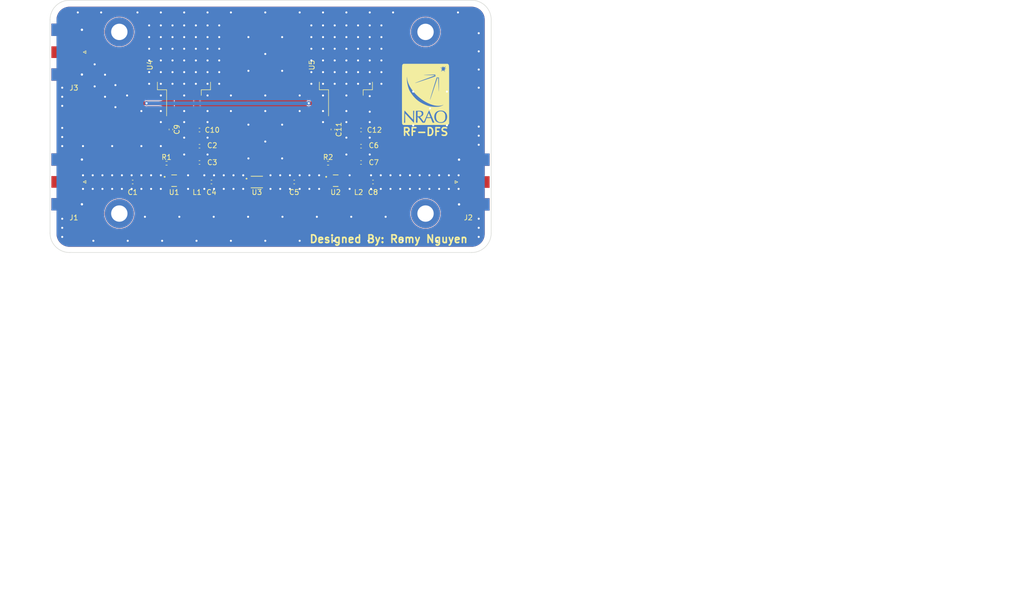
<source format=kicad_pcb>
(kicad_pcb (version 20221018) (generator pcbnew)
  (layers (0 "F.Cu" signal) (31 "B.Cu" signal) (34 "B.Paste" user) (35 "F.Paste" user) (36 "B.SilkS" user "B.Silkscreen") (37 "F.SilkS" user "F.Silkscreen") (38 "B.Mask" user) (39 "F.Mask" user) (44 "Edge.Cuts" user))
  (net 0 "")
  (net 1 "Net-(U1-RF-IN)")
  (net 2 "Net-(U1-RF-OUT)")
  (net 3 "Vdd1")
  (net 4 "GND")
  (net 5 "Net-(U2-RF-IN)")
  (net 6 "Vdd2")
  (net 7 "Net-(U2-RF-OUT)")
  (net 8 "Vin")
  (net 9 "Net-(U1-LADJ)")
  (net 10 "Net-(U2-LADJ)")
  (net 11 "/LNA Biasing/LNA-IN")
  (net 12 "/LNA Biasing/LNA-OUT")
  (net 13 "/LNA Biasing1/LNA-IN")
  (net 14 "/LNA Biasing1/LNA-OUT")
  (footprint "Capacitor_SMD:C_0402_1005Metric" (layer "F.Cu") (at 121.967 106.68)
    (fp_text reference "C3")
    (fp_text value "100pF")
  )
  (footprint "Imports:MC1630_MNC" (layer "F.Cu") (at 133.195923 110.512)
    (fp_text reference "U3")
    (fp_text value "YAT-1A+")
  )
  (footprint "Inductor_SMD:L_0402_1005Metric" (layer "F.Cu") (at 121.487 110.027 -90)
    (fp_text reference "L1")
    (fp_text value "56nH")
  )
  (footprint "Resistor_SMD:R_0402_1005Metric" (layer "F.Cu") (at 147.141 106.829)
    (fp_text reference "R2")
    (fp_text value "100k")
  )
  (footprint "Capacitor_SMD:C_0402_1005Metric" (layer "F.Cu") (at 108.886 110.512)
    (fp_text reference "C1")
    (fp_text value "150pF")
  )
  (footprint "Connector_Coaxial:SMA_Molex_73251-1153_EdgeMount_Horizontal" (layer "F.Cu") (at 174.498 110.512 180)
    (fp_text reference "J2")
    (fp_text value "Conn_Coaxial")
  )
  (footprint "Capacitor_SMD:C_0402_1005Metric" (layer "F.Cu") (at 140.509 110.512)
    (fp_text reference "C5")
    (fp_text value "150pF")
  )
  (footprint "Imports:nraoLogo12mm" (layer "F.Cu") (at 166.189213 93.345)
    (fp_text reference "G***" hide)
    (fp_text value "LOGO" hide)
  )
  (footprint "Capacitor_SMD:C_0402_1005Metric" (layer "F.Cu") (at 116.3828 100.2258 -90)
    (fp_text reference "C9")
    (fp_text value "0.33uF")
  )
  (footprint "Connector_Coaxial:SMA_Molex_73251-1153_EdgeMount_Horizontal" (layer "F.Cu") (at 97.23 110.49)
    (fp_text reference "J1")
    (fp_text value "Conn_Coaxial")
  )
  (footprint "Package_TO_SOT_SMD:TO-263-2" (layer "F.Cu") (at 118.9228 87.6254 90)
    (fp_text reference "U4")
    (fp_text value "L7805")
  )
  (footprint "Package_TO_SOT_SMD:TO-263-2" (layer "F.Cu") (at 150.622 87.6254 90)
    (fp_text reference "U5")
    (fp_text value "L7805")
  )
  (footprint "Capacitor_SMD:C_0402_1005Metric" (layer "F.Cu") (at 153.59 100.33)
    (fp_text reference "C12")
    (fp_text value "0.1uF")
  )
  (footprint "MountingHole:MountingHole_3.2mm_M3_ISO7380_Pad" (layer "F.Cu") (at 166.215923 81.125923)
    (fp_text reference "REF**" hide)
    (fp_text value "MountingHole_3.2mm_M3_ISO7380_Pad")
  )
  (footprint "Capacitor_SMD:C_0402_1005Metric" (layer "F.Cu") (at 121.967 100.33)
    (fp_text reference "C10")
    (fp_text value "0.1uF")
  )
  (footprint "Capacitor_SMD:C_0402_1005Metric" (layer "F.Cu") (at 148.082 100.2262 -90)
    (fp_text reference "C11")
    (fp_text value "0.33uF")
  )
  (footprint "Capacitor_SMD:C_0402_1005Metric" (layer "F.Cu") (at 153.59 106.68)
    (fp_text reference "C7")
    (fp_text value "100pF")
  )
  (footprint "Capacitor_SMD:C_0402_1005Metric" (layer "F.Cu") (at 121.967 103.505)
    (fp_text reference "C2")
    (fp_text value "1uF")
  )
  (footprint "Connector_Coaxial:SMA_Molex_73251-1153_EdgeMount_Horizontal" (layer "F.Cu") (at 97.23 85.09)
    (fp_text reference "J3")
    (fp_text value "Conn_Coaxial")
  )
  (footprint "MountingHole:MountingHole_3.2mm_M3_ISO7380_Pad" (layer "F.Cu") (at 106.271923 116.685923)
    (fp_text reference "REF**" hide)
    (fp_text value "MountingHole_3.2mm_M3_ISO7380_Pad")
  )
  (footprint "Inductor_SMD:L_0402_1005Metric" (layer "F.Cu") (at 153.11 110.027 -90)
    (fp_text reference "L2")
    (fp_text value "56nH")
  )
  (footprint "Imports:SON8_PMA2_MNC" (layer "F.Cu") (at 148.6269 110.246189)
    (fp_text reference "U2")
    (fp_text value "PMA2-63LN+")
  )
  (footprint "Resistor_SMD:R_0402_1005Metric" (layer "F.Cu") (at 115.518 106.829)
    (fp_text reference "R1")
    (fp_text value "100k")
  )
  (footprint "Capacitor_SMD:C_0402_1005Metric" (layer "F.Cu") (at 153.59 103.505)
    (fp_text reference "C6")
    (fp_text value "1uF")
  )
  (footprint "Imports:SON8_PMA2_MNC" (layer "F.Cu") (at 117.0039 110.246189)
    (fp_text reference "U1")
    (fp_text value "PMA2-63LN+")
  )
  (footprint "Capacitor_SMD:C_0402_1005Metric" (layer "F.Cu") (at 124.309 110.512)
    (fp_text reference "C4")
    (fp_text value "150pF")
  )
  (footprint "Capacitor_SMD:C_0402_1005Metric" (layer "F.Cu") (at 155.932 110.512)
    (fp_text reference "C8")
    (fp_text value "150pF")
  )
  (footprint "MountingHole:MountingHole_3.2mm_M3_ISO7380_Pad" (layer "F.Cu") (at 106.271923 81.125923)
    (fp_text reference "REF**" hide)
    (fp_text value "MountingHole_3.2mm_M3_ISO7380_Pad")
  )
  (footprint "MountingHole:MountingHole_3.2mm_M3_ISO7380_Pad" (layer "F.Cu") (at 166.215923 116.685923)
    (fp_text reference "REF**" hide)
    (fp_text value "MountingHole_3.2mm_M3_ISO7380_Pad")
  )
  (gr_line (start 92.71 120.495923) (end 92.71 78.74) (stroke (width 0.1)) (layer "Edge.Cuts"))
  (gr_arc (start 175.26 74.93) (mid 177.9541 76.045914) (end 179.07 78.74) (stroke (width 0.1)) (layer "Edge.Cuts"))
  (gr_line (start 179.07 78.74) (end 179.07 120.495923) (stroke (width 0.1)) (layer "Edge.Cuts"))
  (gr_line (start 175.26 124.305923) (end 96.52 124.305923) (stroke (width 0.1)) (layer "Edge.Cuts"))
  (gr_line (start 96.52 74.93) (end 175.26 74.93) (stroke (width 0.1)) (layer "Edge.Cuts"))
  (gr_arc (start 92.71 78.74) (mid 93.82593 76.04593) (end 96.52 74.93) (stroke (width 0.1)) (layer "Edge.Cuts"))
  (gr_arc (start 179.07 120.495923) (mid 177.954075 123.189992) (end 175.26 124.305923) (stroke (width 0.1)) (layer "Edge.Cuts"))
  (gr_arc (start 96.52 124.305923) (mid 93.825938 123.189992) (end 92.71 120.495923) (stroke (width 0.1)) (layer "Edge.Cuts"))
  (gr_text "RF-DFS" (at 170.815 101.565393) (layer "F.SilkS") (effects (font (size 1.5 1.5) (thickness 0.3) bold) (justify right bottom)))
  (gr_text "Designed By: Remy Nguyen" (at 174.625 122.555) (layer "F.SilkS") (effects (font (size 1.5 1.5) (thickness 0.3) bold) (justify right bottom)))
  (segment (start 109.366 110.512) (end 115.0481 110.512) (width 0.63) (layer "F.Cu") (net 1))
  (segment (start 123.829 110.512) (end 118.947 110.512) (width 0.63) (layer "F.Cu") (net 2))
  (segment (start 121.487 109.542) (end 121.487 99.366) (width 0.63) (layer "F.Cu") (net 3))
  (segment (start 116.753837 109.996126) (end 117.0039 110.246189) (width 0.25) (layer "F.Cu") (net 4))
  (segment (start 148.376837 109.996126) (end 148.6269 110.246189) (width 0.25) (layer "F.Cu") (net 4))
  (segment (start 147.649 109.996126) (end 148.376837 109.996126) (width 0.25) (layer "F.Cu") (net 4))
  (segment (start 116.026 109.996126) (end 116.753837 109.996126) (width 0.25) (layer "F.Cu") (net 4))
  (via (at 112.113923 88.999923) (size 0.8) (drill 0.4) (layers "F.Cu" "B.Cu") (net 4))
  (via (at 163.167923 111.859923) (size 0.8) (drill 0.4) (layers "F.Cu" "B.Cu") (net 4))
  (via (at 118.971923 98.778923) (size 0.8) (drill 0.4) (layers "F.Cu" "B.Cu") (net 4))
  (via (at 116.685923 88.999923) (size 0.8) (drill 0.4) (layers "F.Cu" "B.Cu") (net 4))
  (via (at 123.543923 93.571923) (size 0.8) (drill 0.4) (layers "F.Cu" "B.Cu") (net 4))
  (via (at 112.113923 84.427923) (size 0.8) (drill 0.4) (layers "F.Cu" "B.Cu") (net 4))
  (via (at 118.971923 96.619923) (size 0.8) (drill 0.4) (layers "F.Cu" "B.Cu") (net 4))
  (via (at 104.874923 109.192923) (size 0.8) (drill 0.4) (layers "F.Cu" "B.Cu") (net 4))
  (via (at 128.115923 122.019923) (size 0.8) (drill 0.4) (layers "F.Cu" "B.Cu") (net 4))
  (via (at 118.971923 86.713923) (size 0.8) (drill 0.4) (layers "F.Cu" "B.Cu") (net 4))
  (via (at 131.481423 117.320923) (size 0.8) (drill 0.4) (layers "F.Cu" "B.Cu") (net 4))
  (via (at 150.721923 101.826923) (size 0.8) (drill 0.4) (layers "F.Cu" "B.Cu") (net 4))
  (via (at 131.544923 105.890923) (size 0.8) (drill 0.4) (layers "F.Cu" "B.Cu") (net 4))
  (via (at 103.477923 89.507923) (size 0.8) (drill 0.4) (layers "F.Cu" "B.Cu") (net 4))
  (via (at 118.971923 91.285923) (size 0.8) (drill 0.4) (layers "F.Cu" "B.Cu") (net 4))
  (via (at 101.064923 109.192923) (size 0.8) (drill 0.4) (layers "F.Cu" "B.Cu") (net 4))
  (via (at 123.543923 96.619923) (size 0.8) (drill 0.4) (layers "F.Cu" "B.Cu") (net 4))
  (via (at 123.543923 101.826923) (size 0.8) (drill 0.4) (layers "F.Cu" "B.Cu") (net 4))
  (via (at 157.579923 88.999923) (size 0.8) (drill 0.4) (layers "F.Cu" "B.Cu") (net 4))
  (via (at 103.477923 93.825923) (size 0.8) (drill 0.4) (layers "F.Cu" "B.Cu") (net 4))
  (via (at 148.435923 86.713923) (size 0.8) (drill 0.4) (layers "F.Cu" "B.Cu") (net 4))
  (via (at 122.908923 109.192923) (size 0.8) (drill 0.4) (layers "F.Cu" "B.Cu") (net 4))
  (via (at 148.435923 88.999923) (size 0.8) (drill 0.4) (layers "F.Cu" "B.Cu") (net 4))
  (via (at 139.672923 111.859923) (size 0.8) (drill 0.4) (layers "F.Cu" "B.Cu") (net 4))
  (via (at 155.293923 105.128923) (size 0.8) (drill 0.4) (layers "F.Cu" "B.Cu") (net 4))
  (via (at 123.543923 84.427923) (size 0.8) (drill 0.4) (layers "F.Cu" "B.Cu") (net 4))
  (via (at 123.543923 91.285923) (size 0.8) (drill 0.4) (layers "F.Cu" "B.Cu") (net 4))
  (via (at 112.113923 91.285923) (size 0.8) (drill 0.4) (layers "F.Cu" "B.Cu") (net 4))
  (via (at 150.721923 86.713923) (size 0.8) (drill 0.4) (layers "F.Cu" "B.Cu") (net 4))
  (via (at 119.733923 111.859923) (size 0.8) (drill 0.4) (layers "F.Cu" "B.Cu") (net 4))
  (via (at 128.623923 109.192923) (size 0.8) (drill 0.4) (layers "F.Cu" "B.Cu") (net 4))
  (via (at 119.733923 109.192923) (size 0.8) (drill 0.4) (layers "F.Cu" "B.Cu") (net 4))
  (via (at 157.579923 79.855923) (size 0.8) (drill 0.4) (layers "F.Cu" "B.Cu") (net 4))
  (via (at 121.257923 91.285923) (size 0.8) (drill 0.4) (layers "F.Cu" "B.Cu") (net 4))
  (via (at 111.288423 117.320923) (size 0.8) (drill 0.4) (layers "F.Cu" "B.Cu") (net 4))
  (via (at 128.115923 77.315923) (size 0.8) (drill 0.4) (layers "F.Cu" "B.Cu") (net 4))
  (via (at 101.445923 87.475923) (size 0.8) (drill 0.4) (layers "F.Cu" "B.Cu") (net 4))
  (via (at 159.865923 77.315923) (size 0.8) (drill 0.4) (layers "F.Cu" "B.Cu") (net 4))
  (via (at 121.257923 88.999923) (size 0.8) (drill 0.4) (layers "F.Cu" "B.Cu") (net 4))
  (via (at 131.544923 82.141923) (size 0.8) (drill 0.4) (layers "F.Cu" "B.Cu") (net 4))
  (via (at 110.589923 96.619923) (size 0.8) (drill 0.4) (layers "F.Cu" "B.Cu") (net 4))
  (via (at 176.629923 101.445923) (size 0.8) (drill 0.4) (layers "F.Cu" "B.Cu") (net 4))
  (via (at 135.862923 109.192923) (size 0.8) (drill 0.4) (layers "F.Cu" "B.Cu") (net 4))
  (via (at 109.827923 77.315923) (size 0.8) (drill 0.4) (layers "F.Cu" "B.Cu") (net 4))
  (via (at 108.684923 109.192923) (size 0.8) (drill 0.4) (layers "F.Cu" "B.Cu") (net 4))
  (via (at 163.167923 109.192923) (size 0.8) (drill 0.4) (layers "F.Cu" "B.Cu") (net 4))
  (via (at 151.674423 117.320923) (size 0.8) (drill 0.4) (layers "F.Cu" "B.Cu") (net 4))
  (via (at 102.969923 109.192923) (size 0.8) (drill 0.4) (layers "F.Cu" "B.Cu") (net 4))
  (via (at 106.779923 109.192923) (size 0.8) (drill 0.4) (layers "F.Cu" "B.Cu") (net 4))
  (via (at 153.007923 84.427923) (size 0.8) (drill 0.4) (layers "F.Cu" "B.Cu") (net 4))
  (via (at 150.721923 91.285923) (size 0.8) (drill 0.4) (layers "F.Cu" "B.Cu") (net 4))
  (via (at 165.072923 111.859923) (size 0.8) (drill 0.4) (layers "F.Cu" "B.Cu") (net 4))
  (via (at 123.543923 86.713923) (size 0.8) (drill 0.4) (layers "F.Cu" "B.Cu") (net 4))
  (via (at 95.095923 95.603923) (size 0.8) (drill 0.4) (layers "F.Cu" "B.Cu") (net 4))
  (via (at 124.813923 109.192923) (size 0.8) (drill 0.4) (layers "F.Cu" "B.Cu") (net 4))
  (via (at 163.802923 92.809923) (size 0.8) (drill 0.4) (layers "F.Cu" "B.Cu") (net 4))
  (via (at 114.399923 91.285923) (size 0.8) (drill 0.4) (layers "F.Cu" "B.Cu") (net 4))
  (via (at 145.387923 109.192923) (size 0.8) (drill 0.4) (layers "F.Cu" "B.Cu") (net 4))
  (via (at 138.148923 99.286923) (size 0.8) (drill 0.4) (layers "F.Cu" "B.Cu") (net 4))
  (via (at 125.829923 82.141923) (size 0.8) (drill 0.4) (layers "F.Cu" "B.Cu") (net 4))
  (via (at 121.257923 86.713923) (size 0.8) (drill 0.4) (layers "F.Cu" "B.Cu") (net 4))
  (via (at 128.115923 93.571923) (size 0.8) (drill 0.4) (layers "F.Cu" "B.Cu") (net 4))
  (via (at 155.293923 91.285923) (size 0.8) (drill 0.4) (layers "F.Cu" "B.Cu") (net 4))
  (via (at 176.629923 119.479923) (size 0.8) (drill 0.4) (layers "F.Cu" "B.Cu") (net 4))
  (via (at 110.589923 109.192923) (size 0.8) (drill 0.4) (layers "F.Cu" "B.Cu") (net 4))
  (via (at 167.104923 96.111923) (size 0.8) (drill 0.4) (layers "F.Cu" "B.Cu") (net 4))
  (via (at 126.718923 111.859923) (size 0.8) (drill 0.4) (layers "F.Cu" "B.Cu") (net 4))
  (via (at 131.544923 99.286923) (size 0.8) (drill 0.4) (layers "F.Cu" "B.Cu") (net 4))
  (via (at 118.971923 82.141923) (size 0.8) (drill 0.4) (layers "F.Cu" "B.Cu") (net 4))
  (via (at 146.149923 77.315923) (size 0.8) (drill 0.4) (layers "F.Cu" "B.Cu") (net 4))
  (via (at 116.685923 84.427923) (size 0.8) (drill 0.4) (layers "F.Cu" "B.Cu") (net 4))
  (via (at 150.721923 96.619923) (size 0.8) (drill 0.4) (layers "F.Cu" "B.Cu") (net 4))
  (via (at 114.399923 84.427923) (size 0.8) (drill 0.4) (layers "F.Cu" "B.Cu") (net 4))
  (via (at 114.399923 93.571923) (size 0.8) (drill 0.4) (layers "F.Cu" "B.Cu") (net 4))
  (via (at 116.685923 82.141923) (size 0.8) (drill 0.4) (layers "F.Cu" "B.Cu") (net 4))
  (via (at 165.072923 109.192923) (size 0.8) (drill 0.4) (layers "F.Cu" "B.Cu") (net 4))
  (via (at 130.528923 111.859923) (size 0.8) (drill 0.4) (layers "F.Cu" "B.Cu") (net 4))
  (via (at 118.971923 79.855923) (size 0.8) (drill 0.4) (layers "F.Cu" "B.Cu") (net 4))
  (via (at 123.543923 79.855923) (size 0.8) (drill 0.4) (layers "F.Cu" "B.Cu") (net 4))
  (via (at 153.007923 86.713923) (size 0.8) (drill 0.4) (layers "F.Cu" "B.Cu") (net 4))
  (via (at 143.863923 82.141923) (size 0.8) (drill 0.4) (layers "F.Cu" "B.Cu") (net 4))
  (via (at 146.149923 96.619923) (size 0.8) (drill 0.4) (layers "F.Cu" "B.Cu") (net 4))
  (via (at 137.767923 109.192923) (size 0.8) (drill 0.4) (layers "F.Cu" "B.Cu") (net 4))
  (via (at 176.629923 121.257923) (size 0.8) (drill 0.4) (layers "F.Cu" "B.Cu") (net 4))
  (via (at 143.482923 111.859923) (size 0.8) (drill 0.4) (layers "F.Cu" "B.Cu") (net 4))
  (via (at 148.435923 84.427923) (size 0.8) (drill 0.4) (layers "F.Cu" "B.Cu") (net 4))
  (via (at 151.356923 109.192923) (size 0.8) (drill 0.4) (layers "F.Cu" "B.Cu") (net 4))
  (via (at 118.971923 77.315923) (size 0.8) (drill 0.4) (layers "F.Cu" "B.Cu") (net 4))
  (via (at 143.863923 86.713923) (size 0.8) (drill 0.4) (layers "F.Cu" "B.Cu") (net 4))
  (via (at 155.547923 111.859923) (size 0.8) (drill 0.4) (layers "F.Cu" "B.Cu") (net 4))
  (via (at 176.629923 84.935923) (size 0.8) (drill 0.4) (layers "F.Cu" "B.Cu") (net 4))
  (via (at 155.547923 109.192923) (size 0.8) (drill 0.4) (layers "F.Cu" "B.Cu") (net 4))
  (via (at 141.577923 109.192923) (size 0.8) (drill 0.4) (layers "F.Cu" "B.Cu") (net 4))
  (via (at 150.721923 84.427923) (size 0.8) (drill 0.4) (layers "F.Cu" "B.Cu") (net 4))
  (via (at 114.399923 77.315923) (size 0.8) (drill 0.4) (layers "F.Cu" "B.Cu") (net 4))
  (via (at 168.501923 122.019923) (size 0.8) (drill 0.4) (layers "F.Cu" "B.Cu") (net 4))
  (via (at 145.387923 111.859923) (size 0.8) (drill 0.4) (layers "F.Cu" "B.Cu") (net 4))
  (via (at 134.846923 96.619923) (size 0.8) (drill 0.4) (layers "F.Cu" "B.Cu") (net 4))
  (via (at 125.829923 91.285923) (size 0.8) (drill 0.4) (layers "F.Cu" "B.Cu") (net 4))
  (via (at 118.971923 93.571923) (size 0.8) (drill 0.4) (layers "F.Cu" "B.Cu") (net 4))
  (via (at 107.922923 122.019923) (size 0.8) (drill 0.4) (layers "F.Cu" "B.Cu") (net 4))
  (via (at 110.589923 103.477923) (size 0.8) (drill 0.4) (layers "F.Cu" "B.Cu") (net 4))
  (via (at 144.943423 117.320923) (size 0.8) (drill 0.4) (layers "F.Cu" "B.Cu") (net 4))
  (via (at 155.293923 82.141923) (size 0.8) (drill 0.4) (layers "F.Cu" "B.Cu") (net 4))
  (via (at 153.007923 79.855923) (size 0.8) (drill 0.4) (layers "F.Cu" "B.Cu") (net 4))
  (via (at 170.406923 99.413923) (size 0.8) (drill 0.4) (layers "F.Cu" "B.Cu") (net 4))
  (via (at 114.399923 79.855923) (size 0.8) (drill 0.4) (layers "F.Cu" "B.Cu") (net 4))
  (via (at 131.544923 88.745923) (size 0.8) (drill 0.4) (layers "F.Cu" "B.Cu") (net 4))
  (via (at 123.543923 82.141923) (size 0.8) (drill 0.4) (layers "F.Cu" "B.Cu") (net 4))
  (via (at 168.882923 109.192923) (size 0.8) (drill 0.4) (layers "F.Cu" "B.Cu") (net 4))
  (via (at 118.019423 117.320923) (size 0.8) (drill 0.4) (layers "F.Cu" "B.Cu") (net 4))
  (via (at 126.718923 109.192923) (size 0.8) (drill 0.4) (layers "F.Cu" "B.Cu") (net 4))
  (via (at 157.579923 84.427923) (size 0.8) (drill 0.4) (layers "F.Cu" "B.Cu") (net 4))
  (via (at 139.672923 109.192923) (size 0.8) (drill 0.4) (layers "F.Cu" "B.Cu") (net 4))
  (via (at 153.007923 88.999923) (size 0.8) (drill 0.4) (layers "F.Cu" "B.Cu") (net 4))
  (via (at 176.629923 92.047923) (size 0.8) (drill 0.4) (layers "F.Cu" "B.Cu") (net 4))
  (via (at 150.721923 77.315923) (size 0.8) (drill 0.4) (layers "F.Cu" "B.Cu") (net 4))
  (via (at 95.095923 93.825923) (size 0.8) (drill 0.4) (layers "F.Cu" "B.Cu") (net 4))
  (via (at 125.829923 86.713923) (size 0.8) (drill 0.4) (layers "F.Cu" "B.Cu") (net 4))
  (via (at 121.384923 122.019923) (size 0.8) (drill 0.4) (layers "F.Cu" "B.Cu") (net 4))
  (via (at 157.452923 109.192923) (size 0.8) (drill 0.4) (layers "F.Cu" "B.Cu") (net 4))
  (via (at 155.293923 84.427923) (size 0.8) (drill 0.4) (layers "F.Cu" "B.Cu") (net 4))
  (via (at 123.543923 77.315923) (size 0.8) (drill 0.4) (layers "F.Cu" "B.Cu") (net 4))
  (via (at 135.862923 111.859923) (size 0.8) (drill 0.4) (layers "F.Cu" "B.Cu") (net 4))
  (via (at 157.452923 111.859923) (size 0.8) (drill 0.4) (layers "F.Cu" "B.Cu") (net 4))
  (via (at 134.846923 102.588923) (size 0.8) (drill 0.4) (layers "F.Cu" "B.Cu") (net 4))
  (via (at 118.971923 101.826923) (size 0.8) (drill 0.4) (layers "F.Cu" "B.Cu") (net 4))
  (via (at 176.629923 99.667923) (size 0.8) (drill 0.4) (layers "F.Cu" "B.Cu") (net 4))
  (via (at 151.356923 111.859923) (size 0.8) (drill 0.4) (layers "F.Cu" "B.Cu") (net 4))
  (via (at 150.721923 93.571923) (size 0.8) (drill 0.4) (layers "F.Cu" "B.Cu") (net 4))
  (via (at 99.159923 111.859923) (size 0.8) (drill 0.4) (layers "F.Cu" "B.Cu") (net 4))
  (via (at 146.149923 79.855923) (size 0.8) (drill 0.4) (layers "F.Cu" "B.Cu") (net 4))
  (via (at 148.435923 79.855923) (size 0.8) (drill 0.4) (layers "F.Cu" "B.Cu") (net 4))
  (via (at 95.095923 119.479923) (size 0.8) (drill 0.4) (layers "F.Cu" "B.Cu") (net 4))
  (via (at 138.148923 105.890923) (size 0.8) (drill 0.4) (layers "F.Cu" "B.Cu") (net 4))
  (via (at 123.543923 98.778923) (size 0.8) (drill 0.4) (layers "F.Cu" "B.Cu") (net 4))
  (via (at 155.293923 101.826923) (size 0.8) (drill 0.4) (layers "F.Cu" "B.Cu") (net 4))
  (via (at 134.846923 122.019923) (size 0.8) (drill 0.4) (layers "F.Cu" "B.Cu") (net 4))
  (via (at 170.787923 109.192923) (size 0.8) (drill 0.4) (layers "F.Cu" "B.Cu") (net 4))
  (via (at 146.149923 93.571923) (size 0.8) (drill 0.4) (layers "F.Cu" "B.Cu") (net 4))
  (via (at 148.435923 91.285923) (size 0.8) (drill 0.4) (layers "F.Cu" "B.Cu") (net 4))
  (via (at 112.113923 82.141923) (size 0.8) (drill 0.4) (layers "F.Cu" "B.Cu") (net 4))
  (via (at 114.653923 122.019923) (size 0.8) (drill 0.4) (layers "F.Cu" "B.Cu") (net 4))
  (via (at 114.399923 88.999923) (size 0.8) (drill 0.4) (layers "F.Cu" "B.Cu") (net 4))
  (via (at 110.589923 111.859923) (size 0.8) (drill 0.4) (layers "F.Cu" "B.Cu") (net 4))
  (via (at 101.191923 122.019923) (size 0.8) (drill 0.4) (layers "F.Cu" "B.Cu") (net 4))
  (via (at 176.629923 81.379923) (size 0.8) (drill 0.4) (layers "F.Cu" "B.Cu") (net 4))
  (via (at 159.357923 109.192923) (size 0.8) (drill 0.4) (layers "F.Cu" "B.Cu") (net 4))
  (via (at 170.787923 111.859923) (size 0.8) (drill 0.4) (layers "F.Cu" "B.Cu") (net 4))
  (via (at 146.149923 84.427923) (size 0.8) (drill 0.4) (layers "F.Cu" "B.Cu") (net 4))
  (via (at 163.802923 99.413923) (size 0.8) (drill 0.4) (layers "F.Cu" "B.Cu") (net 4))
  (via (at 105.509923 95.857923) (size 0.8) (drill 0.4) (layers "F.Cu" "B.Cu") (net 4))
  (via (at 125.829923 79.855923) (size 0.8) (drill 0.4) (layers "F.Cu" "B.Cu") (net 4))
  (via (at 112.494923 109.192923) (size 0.8) (drill 0.4) (layers "F.Cu" "B.Cu") (net 4))
  (via (at 102.715923 77.315923) (size 0.8) (drill 0.4) (layers "F.Cu" "B.Cu") (net 4))
  (via (at 118.971923 88.999923) (size 0.8) (drill 0.4) (layers "F.Cu" "B.Cu") (net 4))
  (via (at 114.399923 111.859923) (size 0.8) (drill 0.4) (layers "F.Cu" "B.Cu") (net 4))
  (via (at 148.308923 122.019923) (size 0.8) (drill 0.4) (layers "F.Cu" "B.Cu") (net 4))
  (via (at 101.445923 91.793923) (size 0.8) (drill 0.4) (layers "F.Cu" "B.Cu") (net 4))
  (via (at 95.095923 117.701923) (size 0.8) (drill 0.4) (layers "F.Cu" "B.Cu") (net 4))
  (via (at 161.262923 109.192923) (size 0.8) (drill 0.4) (layers "F.Cu" "B.Cu") (net 4))
  (via (at 153.007923 82.141923) (size 0.8) (drill 0.4) (layers "F.Cu" "B.Cu") (net 4))
  (via (at 146.149923 86.713923) (size 0.8) (drill 0.4) (layers "F.Cu" "B.Cu") (net 4))
  (via (at 155.293923 98.778923) (size 0.8) (drill 0.4) (layers "F.Cu" "B.Cu") (net 4))
  (via (at 141.577923 96.619923) (size 0.8) (drill 0.4) (layers "F.Cu" "B.Cu") (net 4))
  (via (at 157.579923 86.713923) (size 0.8) (drill 0.4) (layers "F.Cu" "B.Cu") (net 4))
  (via (at 125.829923 84.427923) (size 0.8) (drill 0.4) (layers "F.Cu" "B.Cu") (net 4))
  (via (at 107.795923 93.571923) (size 0.8) (drill 0.4) (layers "F.Cu" "B.Cu") (net 4))
  (via (at 122.908923 111.859923) (size 0.8) (drill 0.4) (layers "F.Cu" "B.Cu") (net 4))
  (via (at 146.149923 98.778923) (size 0.8) (drill 0.4) (layers "F.Cu" "B.Cu") (net 4))
  (via (at 150.721923 98.778923) (size 0.8) (drill 0.4) (layers "F.Cu" "B.Cu") (net 4))
  (via (at 99.159923 103.477923) (size 0.8) (drill 0.4) (layers "F.Cu" "B.Cu") (net 4))
  (via (at 170.406923 92.809923) (size 0.8) (drill 0.4) (layers "F.Cu" "B.Cu") (net 4))
  (via (at 141.577923 77.315923) (size 0.8) (drill 0.4) (layers "F.Cu" "B.Cu") (net 4))
  (via (at 155.293923 88.999923) (size 0.8) (drill 0.4) (layers "F.Cu" "B.Cu") (net 4))
  (via (at 155.293923 79.855923) (size 0.8) (drill 0.4) (layers "F.Cu" "B.Cu") (net 4))
  (via (at 114.399923 103.477923) (size 0.8) (drill 0.4) (layers "F.Cu" "B.Cu") (net 4))
  (via (at 98.143923 77.315923) (size 0.8) (drill 0.4) (layers "F.Cu" "B.Cu") (net 4))
  (via (at 128.623923 111.859923) (size 0.8) (drill 0.4) (layers "F.Cu" "B.Cu") (net 4))
  (via (at 106.779923 111.859923) (size 0.8) (drill 0.4) (layers "F.Cu" "B.Cu") (net 4))
  (via (at 176.629923 103.223923) (size 0.8) (drill 0.4) (layers "F.Cu" "B.Cu") (net 4))
  (via (at 125.829923 88.999923) (size 0.8) (drill 0.4) (layers "F.Cu" "B.Cu") (net 4))
  (via (at 114.399923 109.192923) (size 0.8) (drill 0.4) (layers "F.Cu" "B.Cu") (net 4))
  (via (at 114.399923 86.713923) (size 0.8) (drill 0.4) (layers "F.Cu" "B.Cu") (net 4))
  (via (at 141.577923 111.859923) (size 0.8) (drill 0.4) (layers "F.Cu" "B.Cu") (net 4))
  (via (at 138.212423 117.320923) (size 0.8) (drill 0.4) (layers "F.Cu" "B.Cu") (net 4))
  (via (at 112.113923 86.713923) (size 0.8) (drill 0.4) (layers "F.Cu" "B.Cu") (net 4))
  (via (at 153.007923 91.285923) (size 0.8) (drill 0.4) (layers "F.Cu" "B.Cu") (net 4))
  (via (at 150.721923 105.128923) (size 0.8) (drill 0.4) (layers "F.Cu" "B.Cu") (net 4))
  (via (at 101.064923 111.859923) (size 0.8) (drill 0.4) (layers "F.Cu" "B.Cu") (net 4))
  (via (at 161.770923 122.019923) (size 0.8) (drill 0.4) (layers "F.Cu" "B.Cu") (net 4))
  (via (at 161.262923 111.859923) (size 0.8) (drill 0.4) (layers "F.Cu" "B.Cu") (net 4))
  (via (at 138.148923 88.745923) (size 0.8) (drill 0.4) (layers "F.Cu" "B.Cu") (net 4))
  (via (at 104.874923 111.859923) (size 0.8) (drill 0.4) (layers "F.Cu" "B.Cu") (net 4))
  (via (at 121.257923 79.855923) (size 0.8) (drill 0.4) (layers "F.Cu" "B.Cu") (net 4))
  (via (at 123.543923 105.128923) (size 0.8) (drill 0.4) (layers "F.Cu" "B.Cu") (net 4))
  (via (at 108.684923 111.859923) (size 0.8) (drill 0.4) (layers "F.Cu" "B.Cu") (net 4))
  (via (at 150.721923 79.855923) (size 0.8) (drill 0.4) (layers "F.Cu" "B.Cu") (net 4))
  (via (at 134.846923 93.571923) (size 0.8) (drill 0.4) (layers "F.Cu" "B.Cu") (net 4))
  (via (at 172.692923 111.859923) (size 0.8) (drill 0.4) (layers "F.Cu" "B.Cu") (net 4))
  (via (at 150.721923 82.141923) (size 0.8) (drill 0.4) (layers "F.Cu" "B.Cu") (net 4))
  (via (at 114.399923 98.778923) (size 0.8) (drill 0.4) (layers "F.Cu" "B.Cu") (net 4))
  (via (at 172.565923 77.315923) (size 0.8) (drill 0.4) (layers "F.Cu" "B.Cu") (net 4))
  (via (at 95.095923 99.921923) (size 0.8) (drill 0.4) (layers "F.Cu" "B.Cu") (net 4))
  (via (at 121.257923 82.141923) (size 0.8) (drill 0.4) (layers "F.Cu" "B.Cu") (net 4))
  (via (at 158.405423 117.320923) (size 0.8) (drill 0.4) (layers "F.Cu" "B.Cu") (net 4))
  (via (at 166.977923 109.192923) (size 0.8) (drill 0.4) (layers "F.Cu" "B.Cu") (net 4))
  (via (at 130.528923 109.192923) (size 0.8) (drill 0.4) (layers "F.Cu" "B.Cu") (net 4))
  (via (at 121.257923 84.427923) (size 0.8) (drill 0.4) (layers "F.Cu" "B.Cu") (net 4))
  (via (at 95.095923 101.699923) (size 0.8) (drill 0.4) (layers "F.Cu" "B.Cu") (net 4))
  (via (at 116.685923 79.855923) (size 0.8) (drill 0.4) (layers "F.Cu" "B.Cu") (net 4))
  (via (at 114.399923 96.619923) (size 0.8) (drill 0.4) (layers "F.Cu" "B.Cu") (net 4))
  (via (at 155.293923 86.713923) (size 0.8) (drill 0.4) (layers "F.Cu" "B.Cu") (net 4))
  (via (at 146.149923 91.285923) (size 0.8) (drill 0.4) (layers "F.Cu" "B.Cu") (net 4))
  (via (at 102.969923 111.859923) (size 0.8) (drill 0.4) (layers "F.Cu" "B.Cu") (net 4))
  (via (at 155.293923 96.746923) (size 0.8) (drill 0.4) (layers "F.Cu" "B.Cu") (net 4))
  (via (at 157.579923 91.285923) (size 0.8) (drill 0.4) (layers "F.Cu" "B.Cu") (net 4))
  (via (at 155.293923 77.315923) (size 0.8) (drill 0.4) (layers "F.Cu" "B.Cu") (net 4))
  (via (at 128.115923 96.619923) (size 0.8) (drill 0.4) (layers "F.Cu" "B.Cu") (net 4))
  (via (at 118.971923 105.128923) (size 0.8) (drill 0.4) (layers "F.Cu" "B.Cu") (net 4))
  (via (at 104.874923 103.477923) (size 0.8) (drill 0.4) (layers "F.Cu" "B.Cu") (net 4))
  (via (at 146.149923 82.141923) (size 0.8) (drill 0.4) (layers "F.Cu" "B.Cu") (net 4))
  (via (at 116.685923 86.713923) (size 0.8) (drill 0.4) (layers "F.Cu" "B.Cu") (net 4))
  (via (at 123.543923 88.999923) (size 0.8) (drill 0.4) (layers "F.Cu" "B.Cu") (net 4))
  (via (at 172.692923 109.192923) (size 0.8) (drill 0.4) (layers "F.Cu" "B.Cu") (net 4))
  (via (at 114.399923 82.141923) (size 0.8) (drill 0.4) (layers "F.Cu" "B.Cu") (net 4))
  (via (at 137.767923 111.859923) (size 0.8) (drill 0.4) (layers "F.Cu" "B.Cu") (net 4))
  (via (at 95.095923 92.047923) (size 0.8) (drill 0.4) (layers "F.Cu" "B.Cu") (net 4))
  (via (at 143.863923 79.855923) (size 0.8) (drill 0.4) (layers "F.Cu" "B.Cu") (net 4))
  (via (at 95.095923 121.257923) (size 0.8) (drill 0.4) (layers "F.Cu" "B.Cu") (net 4))
  (via (at 155.039923 122.019923) (size 0.8) (drill 0.4) (layers "F.Cu" "B.Cu") (net 4))
  (via (at 168.882923 111.859923) (size 0.8) (drill 0.4) (layers "F.Cu" "B.Cu") (net 4))
  (via (at 134.846923 85.443923) (size 0.8) (drill 0.4) (layers "F.Cu" "B.Cu") (net 4))
  (via (at 166.977923 111.859923) (size 0.8) (drill 0.4) (layers "F.Cu" "B.Cu") (net 4))
  (via (at 143.863923 88.999923) (size 0.8) (drill 0.4) (layers "F.Cu" "B.Cu") (net 4))
  (via (at 112.113923 79.855923) (size 0.8) (drill 0.4) (layers "F.Cu" "B.Cu") (net 4))
  (via (at 134.846923 77.315923) (size 0.8) (drill 0.4) (layers "F.Cu" "B.Cu") (net 4))
  (via (at 146.149923 88.999923) (size 0.8) (drill 0.4) (layers "F.Cu" "B.Cu") (net 4))
  (via (at 118.971923 84.427923) (size 0.8) (drill 0.4) (layers "F.Cu" "B.Cu") (net 4))
  (via (at 176.629923 117.701923) (size 0.8) (drill 0.4) (layers "F.Cu" "B.Cu") (net 4))
  (via (at 138.148923 82.141923) (size 0.8) (drill 0.4) (layers "F.Cu" "B.Cu") (net 4))
  (via (at 176.629923 88.491923) (size 0.8) (drill 0.4) (layers "F.Cu" "B.Cu") (net 4))
  (via (at 143.482923 109.192923) (size 0.8) (drill 0.4) (layers "F.Cu" "B.Cu") (net 4))
  (via (at 150.721923 88.999923) (size 0.8) (drill 0.4) (layers "F.Cu" "B.Cu") (net 4))
  (via (at 141.577923 122.019923) (size 0.8) (drill 0.4) (layers "F.Cu" "B.Cu") (net 4))
  (via (at 124.813923 111.859923) (size 0.8) (drill 0.4) (layers "F.Cu" "B.Cu") (net 4))
  (via (at 143.863923 84.427923) (size 0.8) (drill 0.4) (layers "F.Cu" "B.Cu") (net 4))
  (via (at 116.685923 91.285923) (size 0.8) (drill 0.4) (layers "F.Cu" "B.Cu") (net 4))
  (via (at 159.357923 111.859923) (size 0.8) (drill 0.4) (layers "F.Cu" "B.Cu") (net 4))
  (via (at 148.435923 82.141923) (size 0.8) (drill 0.4) (layers "F.Cu" "B.Cu") (net 4))
  (via (at 112.494923 111.859923) (size 0.8) (drill 0.4) (layers "F.Cu" "B.Cu") (net 4))
  (via (at 95.095923 103.477923) (size 0.8) (drill 0.4) (layers "F.Cu" "B.Cu") (net 4))
  (via (at 105.509923 91.539923) (size 0.8) (drill 0.4) (layers "F.Cu" "B.Cu") (net 4))
  (via (at 124.750423 117.320923) (size 0.8) (drill 0.4) (layers "F.Cu" "B.Cu") (net 4))
  (via (at 155.293923 93.698923) (size 0.8) (drill 0.4) (layers "F.Cu" "B.Cu") (net 4))
  (via (at 141.577923 93.571923) (size 0.8) (drill 0.4) (layers "F.Cu" "B.Cu") (net 4))
  (via (at 99.159923 109.192923) (size 0.8) (drill 0.4) (layers "F.Cu" "B.Cu") (net 4))
  (via (at 143.863923 91.285923) (size 0.8) (drill 0.4) (layers "F.Cu" "B.Cu") (net 4))
  (via (at 157.579923 82.141923) (size 0.8) (drill 0.4) (layers "F.Cu" "B.Cu") (net 4))
  (segment (start 140.989 110.512) (end 146.6711 110.512) (width 0.63) (layer "F.Cu") (net 5))
  (segment (start 153.11 109.542) (end 153.11 99.366) (width 0.63) (layer "F.Cu") (net 6))
  (segment (start 155.452 110.512) (end 150.57 110.512) (width 0.63) (layer "F.Cu") (net 7))
  (segment (start 143.355923 95.095923) (end 147.165923 95.095923) (width 0.75) (layer "F.Cu") (net 8))
  (segment (start 116.3828 95.2754) (end 116.3828 97.7392) (width 1.1) (layer "F.Cu") (net 8))
  (segment (start 106.910923 95.095923) (end 111.605923 95.095923) (width 0.75) (layer "F.Cu") (net 8))
  (segment (start 111.605923 95.095923) (end 115.415923 95.095923) (width 0.75) (layer "F.Cu") (net 8))
  (segment (start 106.718423 94.903423) (end 96.905 85.09) (width 0.75) (layer "F.Cu") (net 8))
  (segment (start 148.082 95.2754) (end 148.082 97.79) (width 1.1) (layer "F.Cu") (net 8))
  (segment (start 106.718423 94.903423) (end 106.910923 95.095923) (width 0.75) (layer "F.Cu") (net 8))
  (segment (start 96.905 85.09) (end 95.51 85.09) (width 0.75) (layer "F.Cu") (net 8))
  (via (at 111.605923 95.095923) (size 0.8) (drill 0.4) (layers "F.Cu" "B.Cu") (net 8))
  (via (at 143.355923 95.095923) (size 0.8) (drill 0.4) (layers "F.Cu" "B.Cu") (net 8))
  (segment (start 111.605923 95.095923) (end 143.355923 95.095923) (width 0.75) (layer "B.Cu") (net 8))
  (segment (start 116.026 106.831) (end 116.028 106.829) (width 0.63) (layer "F.Cu") (net 9))
  (segment (start 116.026 109.115) (end 116.026 106.831) (width 0.63) (layer "F.Cu") (net 9))
  (segment (start 147.649 106.831) (end 147.651 106.829) (width 0.63) (layer "F.Cu") (net 10))
  (segment (start 147.649 109.115) (end 147.649 106.831) (width 0.63) (layer "F.Cu") (net 10))
  (segment (start 108.406 110.512) (end 95.532 110.512) (width 0.63) (layer "F.Cu") (net 11))
  (segment (start 95.532 110.512) (end 95.51 110.49) (width 0.63) (layer "F.Cu") (net 11))
  (segment (start 124.789 110.512) (end 131.163923 110.512) (width 0.63) (layer "F.Cu") (net 12))
  (segment (start 140.029 110.512) (end 135.227923 110.512) (width 0.63) (layer "F.Cu") (net 13))
  (segment (start 156.412 110.512) (end 176.218 110.512) (width 0.63) (layer "F.Cu") (net 14))
  (zone (net 6) (net_name "Vdd2") (layer "F.Cu") (priority 17540) (connect_pads yes (clearance 0)) (min_thickness 0.0254) (fill yes (thermal_gap 0.5) (thermal_bridge_width 0.5) (smoothing fillet) (radius 2.54))
    (polygon (pts (xy 153.11 99.41325) (xy 153.425 99.412) (xy 153.432649 98.995179) (xy 153.453473 98.635142) (xy 153.484285 98.3205) (xy 153.521898 98.039864) (xy 153.563126 97.781845) (xy 153.604782 97.535054) (xy 153.64368 97.288102) (xy 153.676632 97.0296) (xy 153.700453 96.74816) (xy 153.711955 96.432391) (xy 153.711955 95.282391) (xy 153.162838 95.209406) (xy 152.612 95.2754) (xy 152.612 96.4254) (xy 152.617124 96.741294) (xy 152.631032 97.023257) (xy 152.651527 97.282577) (xy 152.676416 97.530542) (xy 152.7035 97.77844) (xy 152.730584 98.037559) (xy 152.755472 98.319186) (xy 152.775968 98.63461) (xy 152.789876 98.995118) (xy 152.795 99.412)))
  )
  (zone (net 8) (net_name "Vin") (layer "F.Cu") (priority 17540) (connect_pads yes (clearance 0)) (min_thickness 0.0254) (fill yes (thermal_gap 0.5) (thermal_bridge_width 0.5))
    (polygon (pts (xy 148.082 97.7075) (xy 147.532 97.7844) (xy 147.53872 98.040066) (xy 147.55696 98.260523) (xy 147.583839 98.45285) (xy 147.61648 98.624127) (xy 147.652 98.781434) (xy 147.68752 98.93185) (xy 147.72016 99.082455) (xy 147.74704 99.240328) (xy 147.76528 99.41255) (xy 147.772 99.6062) (xy 147.772 99.7462) (xy 148.082 99.7834) (xy 148.392 99.7462) (xy 148.392 99.6062) (xy 148.39872 99.41255) (xy 148.41696 99.240328) (xy 148.443839 99.082455) (xy 148.47648 98.93185) (xy 148.512 98.781434) (xy 148.54752 98.624127) (xy 148.58016 98.45285) (xy 148.60704 98.260523) (xy 148.62528 98.040066) (xy 148.632 97.7844)))
  )
  (zone (net 8) (net_name "Vin") (layer "F.Cu") (priority 17540) (connect_pads yes (clearance 0)) (min_thickness 0.0254) (fill yes (thermal_gap 0.5) (thermal_bridge_width 0.5))
    (polygon (pts (xy 116.3828 97.6567) (xy 115.8328 97.7336) (xy 115.83952 97.996244) (xy 115.85776 98.222761) (xy 115.884639 98.420415) (xy 115.91728 98.596466) (xy 115.9528 98.758177) (xy 115.98832 98.91281) (xy 116.020959 99.067626) (xy 116.04784 99.229889) (xy 116.06608 99.406859) (xy 116.0728 99.6058) (xy 116.0728 99.7458) (xy 116.3828 99.783) (xy 116.6928 99.7458) (xy 116.6928 99.6058) (xy 116.69952 99.406859) (xy 116.71776 99.229889) (xy 116.744639 99.067626) (xy 116.77728 98.91281) (xy 116.8128 98.758177) (xy 116.84832 98.596466) (xy 116.880959 98.420415) (xy 116.90784 98.222761) (xy 116.92608 97.996244) (xy 116.9328 97.7336)))
  )
  (zone (net 7) (net_name "Net-(U2-RF-OUT)") (layer "F.Cu") (priority 17540) (connect_pads yes (clearance 0)) (min_thickness 0.0254) (fill yes (thermal_gap 0.5) (thermal_bridge_width 0.5))
    (polygon (pts (xy 150.610005 110.512) (xy 150.576604 110.2453) (xy 150.462572 110.249973) (xy 150.364715 110.262636) (xy 150.279759 110.281255) (xy 150.204431 110.303793) (xy 150.135458 110.328216) (xy 150.069566 110.352487) (xy 150.003483 110.374573) (xy 149.933934 110.392438) (xy 149.857648 110.404047) (xy 149.77135 110.407364) (xy 149.60625 110.407364) (xy 149.594134 110.496078) (xy 149.6048 110.585152) (xy 149.7699 110.585152) (xy 149.856885 110.590571) (xy 149.933438 110.60528) (xy 150.002945 110.626958) (xy 150.068792 110.65328) (xy 150.134364 110.681926) (xy 150.203047 110.710571) (xy 150.278227 110.736893) (xy 150.363289 110.758571) (xy 150.461619 110.77328) (xy 150.576604 110.7787)))
  )
  (zone (net 2) (net_name "Net-(U1-RF-OUT)") (layer "F.Cu") (priority 17540) (connect_pads yes (clearance 0)) (min_thickness 0.0254) (fill yes (thermal_gap 0.5) (thermal_bridge_width 0.5))
    (polygon (pts (xy 118.987005 110.512) (xy 118.953604 110.2453) (xy 118.839572 110.249973) (xy 118.741715 110.262636) (xy 118.656759 110.281255) (xy 118.581431 110.303793) (xy 118.512458 110.328216) (xy 118.446566 110.352487) (xy 118.380483 110.374573) (xy 118.310934 110.392438) (xy 118.234648 110.404047) (xy 118.14835 110.407364) (xy 117.98325 110.407364) (xy 117.971134 110.496078) (xy 117.9818 110.585152) (xy 118.1469 110.585152) (xy 118.233885 110.590571) (xy 118.310438 110.60528) (xy 118.379945 110.626958) (xy 118.445792 110.65328) (xy 118.511364 110.681926) (xy 118.580047 110.710571) (xy 118.655227 110.736893) (xy 118.740289 110.758571) (xy 118.838619 110.77328) (xy 118.953604 110.7787)))
  )
  (zone (net 5) (net_name "Net-(U2-RF-IN)") (layer "F.Cu") (priority 17540) (connect_pads yes (clearance 0)) (min_thickness 0.0254) (fill yes (thermal_gap 0.5) (thermal_bridge_width 0.5))
    (polygon (pts (xy 146.631095 110.512) (xy 146.664496 110.7787) (xy 146.781211 110.77328) (xy 146.881058 110.758571) (xy 146.967464 110.736893) (xy 147.043857 110.710571) (xy 147.113664 110.681926) (xy 147.180314 110.65328) (xy 147.247235 110.626958) (xy 147.317854 110.60528) (xy 147.3956 110.590571) (xy 147.4839 110.585152) (xy 147.649 110.585152) (xy 147.659666 110.496081) (xy 147.647569 110.407364) (xy 147.482469 110.407364) (xy 147.394846 110.404049) (xy 147.317364 110.392442) (xy 147.246704 110.374577) (xy 147.179551 110.352491) (xy 147.112586 110.328219) (xy 147.042492 110.303796) (xy 146.965954 110.281257) (xy 146.879653 110.262637) (xy 146.780273 110.249973) (xy 146.664496 110.2453)))
  )
  (zone (net 8) (net_name "Vin") (layer "F.Cu") (priority 17540) (connect_pads yes (clearance 0)) (min_thickness 0.0254) (fill yes (thermal_gap 0.5) (thermal_bridge_width 0.5))
    (polygon (pts (xy 114.029673 95.095923) (xy 114.074923 95.470923) (xy 114.438676 95.527444) (xy 114.704693 95.681211) (xy 114.894759 95.908524) (xy 115.030661 96.185687) (xy 115.134184 96.489001) (xy 115.227114 96.794768) (xy 115.331237 97.07929) (xy 115.46834 97.31887) (xy 115.660207 97.489809) (xy 115.928626 97.56841) (xy 116.203626 97.56841) (xy 116.657961 95.2969) (xy 116.3828 92.9754) (xy 116.1078 92.9754) (xy 115.842887 93.024274) (xy 115.639153 93.156934) (xy 115.478792 93.352432) (xy 115.343997 93.589824) (xy 115.21696 93.848161) (xy 115.079876 94.106498) (xy 114.914936 94.34389) (xy 114.704336 94.539388) (xy 114.430267 94.672048) (xy 114.074923 94.720923)))
  )
  (zone (net 9) (net_name "Net-(U1-LADJ)") (layer "F.Cu") (priority 17540) (connect_pads yes (clearance 0)) (min_thickness 0.0254) (fill yes (thermal_gap 0.5) (thermal_bridge_width 0.5))
    (polygon (pts (xy 116.026 109.074995) (xy 115.7593 109.113222) (xy 115.757522 109.161034) (xy 115.752696 109.202108) (xy 115.745583 109.237807) (xy 115.736948 109.26949) (xy 115.72755 109.298522) (xy 115.718152 109.326262) (xy 115.709516 109.354073) (xy 115.702404 109.383317) (xy 115.697578 109.415355) (xy 115.6958 109.45155) (xy 115.6958 109.496) (xy 116.026 109.535624) (xy 116.3562 109.496) (xy 116.3562 109.45155) (xy 116.354422 109.415355) (xy 116.349596 109.383317) (xy 116.342483 109.354073) (xy 116.333848 109.326262) (xy 116.32445 109.298522) (xy 116.315052 109.26949) (xy 116.306416 109.237807) (xy 116.299304 109.202108) (xy 116.294478 109.161034) (xy 116.2927 109.113222)))
  )
  (zone (net 1) (net_name "Net-(U1-RF-IN)") (layer "F.Cu") (priority 17540) (connect_pads yes (clearance 0)) (min_thickness 0.0254) (fill yes (thermal_gap 0.5) (thermal_bridge_width 0.5))
    (polygon (pts (xy 115.008095 110.512) (xy 115.041496 110.7787) (xy 115.158211 110.77328) (xy 115.258058 110.758571) (xy 115.344464 110.736893) (xy 115.420857 110.710571) (xy 115.490664 110.681926) (xy 115.557314 110.65328) (xy 115.624235 110.626958) (xy 115.694854 110.60528) (xy 115.7726 110.590571) (xy 115.8609 110.585152) (xy 116.026 110.585152) (xy 116.036666 110.496081) (xy 116.024569 110.407364) (xy 115.859469 110.407364) (xy 115.771846 110.404049) (xy 115.694364 110.392442) (xy 115.623704 110.374577) (xy 115.556551 110.352491) (xy 115.489586 110.328219) (xy 115.419492 110.303796) (xy 115.342954 110.281257) (xy 115.256653 110.262637) (xy 115.157273 110.249973) (xy 115.041496 110.2453)))
  )
  (zone (net 13) (net_name "/LNA Biasing1/LNA-IN") (layer "F.Cu") (priority 17540) (connect_pads yes (clearance 0)) (min_thickness 0.0254) (fill yes (thermal_gap 0.5) (thermal_bridge_width 0.5))
    (polygon (pts (xy 135.267928 110.512) (xy 135.234527 110.2453) (xy 135.108021 110.249922) (xy 134.999315 110.26247) (xy 134.904813 110.280961) (xy 134.820919 110.303415) (xy 134.744036 110.32785) (xy 134.670568 110.352284) (xy 134.596918 110.374738) (xy 134.519492 110.393229) (xy 134.434692 110.405777) (xy 134.338923 110.4104) (xy 134.173823 110.4104) (xy 134.161631 110.512) (xy 134.173823 110.6136) (xy 134.338923 110.6136) (xy 134.434692 110.618222) (xy 134.519492 110.63077) (xy 134.596918 110.649261) (xy 134.670568 110.671715) (xy 134.744036 110.69615) (xy 134.820919 110.720584) (xy 134.904813 110.743038) (xy 134.999315 110.761529) (xy 135.108021 110.774077) (xy 135.234527 110.7787)))
  )
  (zone (net 8) (net_name "Vin") (layer "F.Cu") (priority 17540) (connect_pads yes (clearance 0)) (min_thickness 0.0254) (fill yes (thermal_gap 0.5) (thermal_bridge_width 0.5))
    (polygon (pts (xy 145.729673 95.095923) (xy 145.774923 95.470923) (xy 146.138588 95.527444) (xy 146.404514 95.681209) (xy 146.594488 95.908521) (xy 146.730296 96.185682) (xy 146.833727 96.488994) (xy 146.926567 96.794759) (xy 147.030603 97.079281) (xy 147.167623 97.318861) (xy 147.359414 97.489801) (xy 147.627764 97.568405) (xy 147.902764 97.568405) (xy 148.35716 95.296908) (xy 148.082 92.9754) (xy 147.807 92.9754) (xy 147.542156 93.024274) (xy 147.338495 93.156934) (xy 147.178208 93.352432) (xy 147.043489 93.589824) (xy 146.916532 93.848161) (xy 146.779528 94.106498) (xy 146.614673 94.34389) (xy 146.404158 94.539388) (xy 146.130177 94.672048) (xy 145.774923 94.720923)))
  )
  (zone (net 12) (net_name "/LNA Biasing/LNA-OUT") (layer "F.Cu") (priority 17540) (connect_pads yes (clearance 0)) (min_thickness 0.0254) (fill yes (thermal_gap 0.5) (thermal_bridge_width 0.5))
    (polygon (pts (xy 131.123918 110.512) (xy 131.157319 110.7787) (xy 131.283824 110.774077) (xy 131.39253 110.761529) (xy 131.487032 110.743038) (xy 131.570926 110.720584) (xy 131.647809 110.69615) (xy 131.721277 110.671715) (xy 131.794927 110.649261) (xy 131.872353 110.63077) (xy 131.957153 110.618222) (xy 132.052923 110.6136) (xy 132.218023 110.6136) (xy 132.230215 110.512) (xy 132.218023 110.4104) (xy 132.052923 110.4104) (xy 131.957153 110.405777) (xy 131.872353 110.393229) (xy 131.794927 110.374738) (xy 131.721277 110.352284) (xy 131.647809 110.32785) (xy 131.570926 110.303415) (xy 131.487032 110.280961) (xy 131.39253 110.26247) (xy 131.283824 110.249922) (xy 131.157319 110.2453)))
  )
  (zone (net 3) (net_name "Vdd1") (layer "F.Cu") (priority 17540) (connect_pads yes (clearance 0)) (min_thickness 0.0254) (fill yes (thermal_gap 0.5) (thermal_bridge_width 0.5) (smoothing fillet) (radius 2.54))
    (polygon (pts (xy 121.487 99.41325) (xy 121.802 99.412) (xy 121.807902 98.994915) (xy 121.823923 98.634324) (xy 121.847532 98.318912) (xy 121.876201 98.037361) (xy 121.9074 97.778354) (xy 121.938598 97.530575) (xy 121.967267 97.282707) (xy 121.990876 97.023433) (xy 122.006897 96.741436) (xy 122.0128 96.4254) (xy 122.0128 95.2754) (xy 121.46241 95.209402) (xy 120.91281 95.278653) (xy 120.91281 96.428653) (xy 120.921681 96.744636) (xy 120.942316 97.026393) (xy 120.971724 97.285288) (xy 121.006914 97.532684) (xy 121.044895 97.779947) (xy 121.082677 98.03844) (xy 121.11727 98.319528) (xy 121.145681 98.634574) (xy 121.164922 98.994943) (xy 121.172 99.412)))
  )
  (zone (net 10) (net_name "Net-(U2-LADJ)") (layer "F.Cu") (priority 17540) (connect_pads yes (clearance 0)) (min_thickness 0.0254) (fill yes (thermal_gap 0.5) (thermal_bridge_width 0.5))
    (polygon (pts (xy 147.649 109.074995) (xy 147.3823 109.113222) (xy 147.380522 109.161034) (xy 147.375696 109.202108) (xy 147.368583 109.237807) (xy 147.359948 109.26949) (xy 147.35055 109.298522) (xy 147.341152 109.326262) (xy 147.332516 109.354073) (xy 147.325404 109.383317) (xy 147.320578 109.415355) (xy 147.3188 109.45155) (xy 147.3188 109.496) (xy 147.649 109.535624) (xy 147.9792 109.496) (xy 147.9792 109.45155) (xy 147.977422 109.415355) (xy 147.972596 109.383317) (xy 147.965483 109.354073) (xy 147.956848 109.326262) (xy 147.94745 109.298522) (xy 147.938052 109.26949) (xy 147.929416 109.237807) (xy 147.922304 109.202108) (xy 147.917478 109.161034) (xy 147.9157 109.113222)))
  )
  (zone (net 4) (net_name "GND") (layers "F&B.Cu") (connect_pads yes (clearance 0.12)) (min_thickness 0.25) (fill yes (thermal_gap 0.5) (thermal_bridge_width 0.5) (smoothing fillet) (radius 2.54))
    (polygon (pts (xy 93.98 76.2) (xy 177.8 76.2) (xy 177.8 123.19) (xy 93.98 123.19)))
  )
)
</source>
